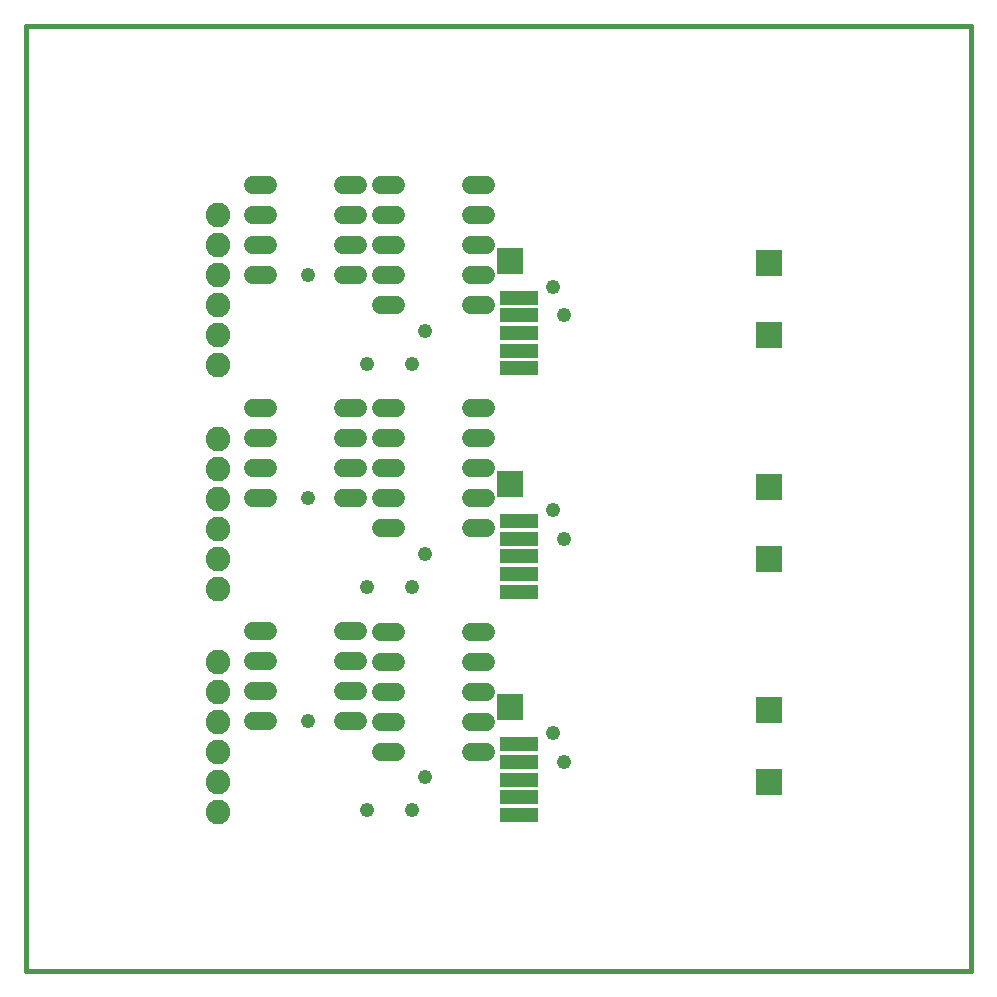
<source format=gts>
G75*
%MOIN*%
%OFA0B0*%
%FSLAX25Y25*%
%IPPOS*%
%LPD*%
%AMOC8*
5,1,8,0,0,1.08239X$1,22.5*
%
%ADD10C,0.01600*%
%ADD11C,0.06000*%
%ADD12C,0.08200*%
%ADD13R,0.12611X0.05131*%
%ADD14R,0.08674X0.08674*%
%ADD15C,0.04762*%
D10*
X0023079Y0013236D02*
X0338039Y0013236D01*
X0338039Y0328197D01*
X0023079Y0328197D01*
X0023079Y0013236D01*
D11*
X0098589Y0096465D02*
X0103789Y0096465D01*
X0103789Y0106465D02*
X0098589Y0106465D01*
X0098589Y0116465D02*
X0103789Y0116465D01*
X0103789Y0126465D02*
X0098589Y0126465D01*
X0128589Y0126465D02*
X0133789Y0126465D01*
X0141227Y0126346D02*
X0146427Y0126346D01*
X0146427Y0116346D02*
X0141227Y0116346D01*
X0133789Y0116465D02*
X0128589Y0116465D01*
X0128589Y0106465D02*
X0133789Y0106465D01*
X0141227Y0106346D02*
X0146427Y0106346D01*
X0146427Y0096346D02*
X0141227Y0096346D01*
X0133789Y0096465D02*
X0128589Y0096465D01*
X0141227Y0086346D02*
X0146427Y0086346D01*
X0171227Y0086346D02*
X0176427Y0086346D01*
X0176427Y0096346D02*
X0171227Y0096346D01*
X0171227Y0106346D02*
X0176427Y0106346D01*
X0176427Y0116346D02*
X0171227Y0116346D01*
X0171227Y0126346D02*
X0176427Y0126346D01*
X0176427Y0160756D02*
X0171227Y0160756D01*
X0171227Y0170756D02*
X0176427Y0170756D01*
X0176427Y0180756D02*
X0171227Y0180756D01*
X0171227Y0190756D02*
X0176427Y0190756D01*
X0176427Y0200756D02*
X0171227Y0200756D01*
X0146427Y0200756D02*
X0141227Y0200756D01*
X0133789Y0200874D02*
X0128589Y0200874D01*
X0128589Y0190874D02*
X0133789Y0190874D01*
X0141227Y0190756D02*
X0146427Y0190756D01*
X0146427Y0180756D02*
X0141227Y0180756D01*
X0133789Y0180874D02*
X0128589Y0180874D01*
X0128589Y0170874D02*
X0133789Y0170874D01*
X0141227Y0170756D02*
X0146427Y0170756D01*
X0146427Y0160756D02*
X0141227Y0160756D01*
X0103789Y0170874D02*
X0098589Y0170874D01*
X0098589Y0180874D02*
X0103789Y0180874D01*
X0103789Y0190874D02*
X0098589Y0190874D01*
X0098589Y0200874D02*
X0103789Y0200874D01*
X0141227Y0235165D02*
X0146427Y0235165D01*
X0146427Y0245165D02*
X0141227Y0245165D01*
X0133789Y0245283D02*
X0128589Y0245283D01*
X0128589Y0255283D02*
X0133789Y0255283D01*
X0141227Y0255165D02*
X0146427Y0255165D01*
X0146427Y0265165D02*
X0141227Y0265165D01*
X0133789Y0265283D02*
X0128589Y0265283D01*
X0128589Y0275283D02*
X0133789Y0275283D01*
X0141227Y0275165D02*
X0146427Y0275165D01*
X0171227Y0275165D02*
X0176427Y0275165D01*
X0176427Y0265165D02*
X0171227Y0265165D01*
X0171227Y0255165D02*
X0176427Y0255165D01*
X0176427Y0245165D02*
X0171227Y0245165D01*
X0171227Y0235165D02*
X0176427Y0235165D01*
X0103789Y0245283D02*
X0098589Y0245283D01*
X0098589Y0255283D02*
X0103789Y0255283D01*
X0103789Y0265283D02*
X0098589Y0265283D01*
X0098589Y0275283D02*
X0103789Y0275283D01*
D12*
X0087094Y0265087D03*
X0087094Y0255087D03*
X0087094Y0245087D03*
X0087094Y0235087D03*
X0087094Y0225087D03*
X0087094Y0215087D03*
X0087094Y0190677D03*
X0087094Y0180677D03*
X0087094Y0170677D03*
X0087094Y0160677D03*
X0087094Y0150677D03*
X0087094Y0140677D03*
X0087094Y0116268D03*
X0087094Y0106268D03*
X0087094Y0096268D03*
X0087094Y0086268D03*
X0087094Y0076268D03*
X0087094Y0066268D03*
D13*
X0187252Y0065205D03*
X0187252Y0071110D03*
X0187252Y0077016D03*
X0187252Y0082921D03*
X0187252Y0088827D03*
X0187252Y0139614D03*
X0187252Y0145520D03*
X0187252Y0151425D03*
X0187252Y0157331D03*
X0187252Y0163236D03*
X0187252Y0214024D03*
X0187252Y0219929D03*
X0187252Y0225835D03*
X0187252Y0231740D03*
X0187252Y0237646D03*
D14*
X0184496Y0249850D03*
X0184496Y0175441D03*
X0184496Y0101031D03*
X0270717Y0100244D03*
X0270717Y0076228D03*
X0270717Y0150638D03*
X0270717Y0174654D03*
X0270717Y0225047D03*
X0270717Y0249063D03*
D15*
X0202213Y0231740D03*
X0198669Y0241189D03*
X0156150Y0226622D03*
X0151819Y0215598D03*
X0136858Y0215598D03*
X0117016Y0245283D03*
X0117016Y0170874D03*
X0136858Y0141189D03*
X0151819Y0141189D03*
X0156150Y0152213D03*
X0198669Y0166780D03*
X0202213Y0157331D03*
X0198669Y0092370D03*
X0202213Y0082921D03*
X0156150Y0077803D03*
X0151819Y0066780D03*
X0136858Y0066780D03*
X0117016Y0096465D03*
M02*

</source>
